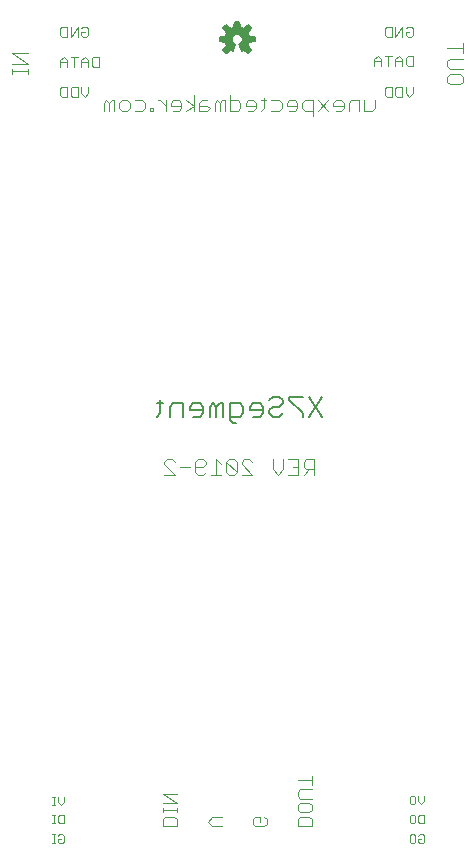
<source format=gbo>
G75*
%MOIN*%
%OFA0B0*%
%FSLAX25Y25*%
%IPPOS*%
%LPD*%
%AMOC8*
5,1,8,0,0,1.08239X$1,22.5*
%
%ADD10C,0.00600*%
%ADD11C,0.00400*%
%ADD12C,0.00591*%
%ADD13C,0.00300*%
D10*
X0085207Y0156098D02*
X0084106Y0157199D01*
X0084106Y0162704D01*
X0087409Y0162704D01*
X0088510Y0161603D01*
X0088510Y0159401D01*
X0087409Y0158300D01*
X0084106Y0158300D01*
X0081880Y0158300D02*
X0081880Y0162704D01*
X0080779Y0162704D01*
X0079678Y0161603D01*
X0078577Y0162704D01*
X0077476Y0161603D01*
X0077476Y0158300D01*
X0079678Y0158300D02*
X0079678Y0161603D01*
X0075251Y0161603D02*
X0075251Y0159401D01*
X0074150Y0158300D01*
X0071948Y0158300D01*
X0070847Y0160502D02*
X0070847Y0161603D01*
X0071948Y0162704D01*
X0074150Y0162704D01*
X0075251Y0161603D01*
X0075251Y0160502D02*
X0070847Y0160502D01*
X0068621Y0162704D02*
X0065318Y0162704D01*
X0064217Y0161603D01*
X0064217Y0158300D01*
X0061991Y0162704D02*
X0059789Y0162704D01*
X0060890Y0163805D02*
X0060890Y0159401D01*
X0059789Y0158300D01*
X0068621Y0158300D02*
X0068621Y0162704D01*
X0085207Y0156098D02*
X0086308Y0156098D01*
X0090736Y0160502D02*
X0090736Y0161603D01*
X0091837Y0162704D01*
X0094039Y0162704D01*
X0095140Y0161603D01*
X0095140Y0159401D01*
X0094039Y0158300D01*
X0091837Y0158300D01*
X0090736Y0160502D02*
X0095140Y0160502D01*
X0097365Y0160502D02*
X0097365Y0159401D01*
X0098466Y0158300D01*
X0100668Y0158300D01*
X0101769Y0159401D01*
X0100668Y0161603D02*
X0098466Y0161603D01*
X0097365Y0160502D01*
X0097365Y0163805D02*
X0098466Y0164906D01*
X0100668Y0164906D01*
X0101769Y0163805D01*
X0101769Y0162704D01*
X0100668Y0161603D01*
X0103995Y0163805D02*
X0108399Y0159401D01*
X0108399Y0158300D01*
X0110625Y0158300D02*
X0115029Y0164906D01*
X0110625Y0164906D02*
X0115029Y0158300D01*
X0108399Y0164906D02*
X0103995Y0164906D01*
X0103995Y0163805D01*
D11*
X0103556Y0144204D02*
X0107026Y0144204D01*
X0107026Y0139000D01*
X0103556Y0139000D01*
X0101869Y0140735D02*
X0101869Y0144204D01*
X0101869Y0140735D02*
X0100134Y0139000D01*
X0098400Y0140735D01*
X0098400Y0144204D01*
X0091556Y0143337D02*
X0090689Y0144204D01*
X0088954Y0144204D01*
X0088087Y0143337D01*
X0088087Y0142470D01*
X0091556Y0139000D01*
X0088087Y0139000D01*
X0086400Y0139867D02*
X0086400Y0143337D01*
X0085533Y0144204D01*
X0083798Y0144204D01*
X0082930Y0143337D01*
X0086400Y0139867D01*
X0085533Y0139000D01*
X0083798Y0139000D01*
X0082930Y0139867D01*
X0082930Y0143337D01*
X0081244Y0142470D02*
X0079509Y0144204D01*
X0079509Y0139000D01*
X0081244Y0139000D02*
X0077774Y0139000D01*
X0076087Y0139867D02*
X0075220Y0139000D01*
X0073485Y0139000D01*
X0072618Y0139867D01*
X0072618Y0143337D01*
X0073485Y0144204D01*
X0075220Y0144204D01*
X0076087Y0143337D01*
X0076087Y0142470D01*
X0075220Y0141602D01*
X0072618Y0141602D01*
X0070931Y0141602D02*
X0067461Y0141602D01*
X0065774Y0143337D02*
X0064907Y0144204D01*
X0063172Y0144204D01*
X0062305Y0143337D01*
X0062305Y0142470D01*
X0065774Y0139000D01*
X0062305Y0139000D01*
X0105291Y0141602D02*
X0107026Y0141602D01*
X0108712Y0141602D02*
X0109580Y0140735D01*
X0112182Y0140735D01*
X0110447Y0140735D02*
X0108712Y0139000D01*
X0108712Y0141602D02*
X0108712Y0143337D01*
X0109580Y0144204D01*
X0112182Y0144204D01*
X0112182Y0139000D01*
X0111404Y0038681D02*
X0111404Y0035612D01*
X0111404Y0037146D02*
X0106800Y0037146D01*
X0107567Y0034077D02*
X0111404Y0034077D01*
X0111404Y0031008D02*
X0107567Y0031008D01*
X0106800Y0031775D01*
X0106800Y0033310D01*
X0107567Y0034077D01*
X0107567Y0029473D02*
X0110637Y0029473D01*
X0111404Y0028706D01*
X0111404Y0027171D01*
X0110637Y0026404D01*
X0107567Y0026404D01*
X0106800Y0027171D01*
X0106800Y0028706D01*
X0107567Y0029473D01*
X0107567Y0024869D02*
X0110637Y0024869D01*
X0111404Y0024102D01*
X0111404Y0021800D01*
X0106800Y0021800D01*
X0106800Y0024102D01*
X0107567Y0024869D01*
X0096404Y0024102D02*
X0096404Y0022567D01*
X0095637Y0021800D01*
X0092567Y0021800D01*
X0091800Y0022567D01*
X0091800Y0024102D01*
X0092567Y0024869D01*
X0094102Y0024869D01*
X0094102Y0023335D01*
X0095637Y0024869D02*
X0096404Y0024102D01*
X0081404Y0024869D02*
X0078335Y0024869D01*
X0076800Y0023335D01*
X0078335Y0021800D01*
X0081404Y0021800D01*
X0066404Y0021800D02*
X0066404Y0024102D01*
X0065637Y0024869D01*
X0062567Y0024869D01*
X0061800Y0024102D01*
X0061800Y0021800D01*
X0066404Y0021800D01*
X0066404Y0026404D02*
X0066404Y0027939D01*
X0066404Y0027171D02*
X0061800Y0027171D01*
X0061800Y0026404D02*
X0061800Y0027939D01*
X0061800Y0029473D02*
X0066404Y0029473D01*
X0061800Y0032542D01*
X0066404Y0032542D01*
X0111752Y0258515D02*
X0111752Y0263720D01*
X0109150Y0263720D01*
X0108283Y0262852D01*
X0108283Y0261117D01*
X0109150Y0260250D01*
X0111752Y0260250D01*
X0113439Y0260250D02*
X0116909Y0263720D01*
X0118596Y0262852D02*
X0118596Y0261985D01*
X0122065Y0261985D01*
X0122065Y0262852D02*
X0121198Y0263720D01*
X0119463Y0263720D01*
X0118596Y0262852D01*
X0119463Y0260250D02*
X0121198Y0260250D01*
X0122065Y0261117D01*
X0122065Y0262852D01*
X0123752Y0262852D02*
X0123752Y0260250D01*
X0123752Y0262852D02*
X0124619Y0263720D01*
X0127222Y0263720D01*
X0127222Y0260250D01*
X0128908Y0260250D02*
X0128908Y0263720D01*
X0128908Y0260250D02*
X0131511Y0260250D01*
X0132378Y0261117D01*
X0132378Y0263720D01*
X0135858Y0265467D02*
X0135858Y0267736D01*
X0136426Y0268303D01*
X0138127Y0268303D01*
X0138127Y0264900D01*
X0136426Y0264900D01*
X0135858Y0265467D01*
X0139357Y0265467D02*
X0139357Y0267736D01*
X0139925Y0268303D01*
X0141626Y0268303D01*
X0141626Y0264900D01*
X0139925Y0264900D01*
X0139357Y0265467D01*
X0142856Y0266034D02*
X0142856Y0268303D01*
X0142856Y0266034D02*
X0143991Y0264900D01*
X0145125Y0266034D01*
X0145125Y0268303D01*
X0145125Y0275150D02*
X0143424Y0275150D01*
X0142856Y0275717D01*
X0142856Y0277986D01*
X0143424Y0278553D01*
X0145125Y0278553D01*
X0145125Y0275150D01*
X0141626Y0275150D02*
X0141626Y0277419D01*
X0140492Y0278553D01*
X0139357Y0277419D01*
X0139357Y0275150D01*
X0139357Y0276851D02*
X0141626Y0276851D01*
X0138127Y0278553D02*
X0135858Y0278553D01*
X0136993Y0278553D02*
X0136993Y0275150D01*
X0134628Y0275150D02*
X0134628Y0277419D01*
X0133494Y0278553D01*
X0132359Y0277419D01*
X0132359Y0275150D01*
X0132359Y0276851D02*
X0134628Y0276851D01*
X0136426Y0284900D02*
X0135858Y0285467D01*
X0135858Y0287736D01*
X0136426Y0288303D01*
X0138127Y0288303D01*
X0138127Y0284900D01*
X0136426Y0284900D01*
X0139357Y0284900D02*
X0139357Y0288303D01*
X0141626Y0288303D02*
X0139357Y0284900D01*
X0141626Y0284900D02*
X0141626Y0288303D01*
X0142856Y0287736D02*
X0143424Y0288303D01*
X0144558Y0288303D01*
X0145125Y0287736D01*
X0145125Y0285467D01*
X0144558Y0284900D01*
X0143424Y0284900D01*
X0142856Y0285467D01*
X0142856Y0286601D01*
X0143991Y0286601D01*
X0156500Y0281113D02*
X0161704Y0281113D01*
X0161704Y0279378D02*
X0161704Y0282848D01*
X0161704Y0277691D02*
X0157367Y0277691D01*
X0156500Y0276824D01*
X0156500Y0275089D01*
X0157367Y0274222D01*
X0161704Y0274222D01*
X0160837Y0272535D02*
X0161704Y0271668D01*
X0161704Y0269933D01*
X0160837Y0269065D01*
X0157367Y0269065D01*
X0156500Y0269933D01*
X0156500Y0271668D01*
X0157367Y0272535D01*
X0160837Y0272535D01*
X0116909Y0260250D02*
X0113439Y0263720D01*
X0106596Y0262852D02*
X0105729Y0263720D01*
X0103994Y0263720D01*
X0103126Y0262852D01*
X0103126Y0261985D01*
X0106596Y0261985D01*
X0106596Y0262852D02*
X0106596Y0261117D01*
X0105729Y0260250D01*
X0103994Y0260250D01*
X0101440Y0261117D02*
X0100572Y0260250D01*
X0097970Y0260250D01*
X0097970Y0263720D02*
X0100572Y0263720D01*
X0101440Y0262852D01*
X0101440Y0261117D01*
X0096283Y0263720D02*
X0094548Y0263720D01*
X0095416Y0264587D02*
X0095416Y0261117D01*
X0094548Y0260250D01*
X0092846Y0261117D02*
X0092846Y0262852D01*
X0091978Y0263720D01*
X0090243Y0263720D01*
X0089376Y0262852D01*
X0089376Y0261985D01*
X0092846Y0261985D01*
X0092846Y0261117D02*
X0091978Y0260250D01*
X0090243Y0260250D01*
X0087689Y0261117D02*
X0087689Y0262852D01*
X0086822Y0263720D01*
X0084220Y0263720D01*
X0082533Y0263720D02*
X0082533Y0260250D01*
X0084220Y0260250D02*
X0084220Y0265454D01*
X0082533Y0263720D02*
X0081665Y0263720D01*
X0080798Y0262852D01*
X0079931Y0263720D01*
X0079063Y0262852D01*
X0079063Y0260250D01*
X0080798Y0260250D02*
X0080798Y0262852D01*
X0077376Y0261117D02*
X0076509Y0261985D01*
X0073907Y0261985D01*
X0073907Y0262852D02*
X0073907Y0260250D01*
X0076509Y0260250D01*
X0077376Y0261117D01*
X0076509Y0263720D02*
X0074774Y0263720D01*
X0073907Y0262852D01*
X0072220Y0261985D02*
X0069618Y0263720D01*
X0067923Y0262852D02*
X0067056Y0263720D01*
X0065321Y0263720D01*
X0064453Y0262852D01*
X0064453Y0261985D01*
X0067923Y0261985D01*
X0067923Y0262852D02*
X0067923Y0261117D01*
X0067056Y0260250D01*
X0065321Y0260250D01*
X0062767Y0260250D02*
X0062767Y0263720D01*
X0062767Y0261985D02*
X0061032Y0263720D01*
X0060164Y0263720D01*
X0058470Y0261117D02*
X0057602Y0261117D01*
X0057602Y0260250D01*
X0058470Y0260250D01*
X0058470Y0261117D01*
X0055891Y0261117D02*
X0055024Y0260250D01*
X0052422Y0260250D01*
X0050735Y0261117D02*
X0049868Y0260250D01*
X0048133Y0260250D01*
X0047265Y0261117D01*
X0047265Y0262852D01*
X0048133Y0263720D01*
X0049868Y0263720D01*
X0050735Y0262852D01*
X0050735Y0261117D01*
X0052422Y0263720D02*
X0055024Y0263720D01*
X0055891Y0262852D01*
X0055891Y0261117D01*
X0045579Y0260250D02*
X0045579Y0263720D01*
X0044711Y0263720D01*
X0043844Y0262852D01*
X0042976Y0263720D01*
X0042109Y0262852D01*
X0042109Y0260250D01*
X0043844Y0260250D02*
X0043844Y0262852D01*
X0036897Y0266034D02*
X0035763Y0264900D01*
X0034628Y0266034D01*
X0034628Y0268303D01*
X0033398Y0268303D02*
X0033398Y0264900D01*
X0031697Y0264900D01*
X0031129Y0265467D01*
X0031129Y0267736D01*
X0031697Y0268303D01*
X0033398Y0268303D01*
X0036897Y0268303D02*
X0036897Y0266034D01*
X0036897Y0274900D02*
X0036897Y0277169D01*
X0035763Y0278303D01*
X0034628Y0277169D01*
X0034628Y0274900D01*
X0034628Y0276601D02*
X0036897Y0276601D01*
X0038127Y0275467D02*
X0038127Y0277736D01*
X0038695Y0278303D01*
X0040396Y0278303D01*
X0040396Y0274900D01*
X0038695Y0274900D01*
X0038127Y0275467D01*
X0033398Y0278303D02*
X0031129Y0278303D01*
X0032264Y0278303D02*
X0032264Y0274900D01*
X0029899Y0274900D02*
X0029899Y0277169D01*
X0028765Y0278303D01*
X0027630Y0277169D01*
X0027630Y0274900D01*
X0027630Y0276601D02*
X0029899Y0276601D01*
X0029899Y0284900D02*
X0028198Y0284900D01*
X0027630Y0285467D01*
X0027630Y0287736D01*
X0028198Y0288303D01*
X0029899Y0288303D01*
X0029899Y0284900D01*
X0031129Y0284900D02*
X0031129Y0288303D01*
X0033398Y0288303D02*
X0031129Y0284900D01*
X0033398Y0284900D02*
X0033398Y0288303D01*
X0034628Y0287736D02*
X0035196Y0288303D01*
X0036330Y0288303D01*
X0036897Y0287736D01*
X0036897Y0285467D01*
X0036330Y0284900D01*
X0035196Y0284900D01*
X0034628Y0285467D01*
X0034628Y0286601D01*
X0035763Y0286601D01*
X0029899Y0268303D02*
X0028198Y0268303D01*
X0027630Y0267736D01*
X0027630Y0265467D01*
X0028198Y0264900D01*
X0029899Y0264900D01*
X0029899Y0268303D01*
X0016704Y0272503D02*
X0016704Y0274238D01*
X0016704Y0273370D02*
X0011500Y0273370D01*
X0011500Y0272503D02*
X0011500Y0274238D01*
X0011500Y0275941D02*
X0016704Y0275941D01*
X0011500Y0279410D01*
X0016704Y0279410D01*
X0069618Y0260250D02*
X0072220Y0261985D01*
X0072220Y0260250D02*
X0072220Y0265454D01*
X0084220Y0260250D02*
X0086822Y0260250D01*
X0087689Y0261117D01*
D12*
X0090236Y0279446D02*
X0088752Y0280657D01*
X0088154Y0280349D01*
X0087306Y0282395D01*
X0087685Y0282607D01*
X0088003Y0282901D01*
X0088245Y0283262D01*
X0088395Y0283669D01*
X0088446Y0284100D01*
X0088393Y0284539D01*
X0088237Y0284952D01*
X0087988Y0285317D01*
X0087659Y0285611D01*
X0087269Y0285820D01*
X0086841Y0285929D01*
X0086399Y0285934D01*
X0085969Y0285834D01*
X0085575Y0285634D01*
X0085240Y0285346D01*
X0084982Y0284987D01*
X0084818Y0284577D01*
X0084755Y0284140D01*
X0084799Y0283700D01*
X0084945Y0283284D01*
X0085186Y0282914D01*
X0085509Y0282612D01*
X0085894Y0282395D01*
X0085046Y0280349D01*
X0084448Y0280657D01*
X0082964Y0279446D01*
X0081946Y0280464D01*
X0083157Y0281948D01*
X0082849Y0282546D01*
X0082644Y0283187D01*
X0080739Y0283380D01*
X0080739Y0284820D01*
X0082644Y0285013D01*
X0082849Y0285654D01*
X0083157Y0286252D01*
X0081946Y0287736D01*
X0082964Y0288754D01*
X0084448Y0287543D01*
X0085046Y0287851D01*
X0085687Y0288056D01*
X0085880Y0289961D01*
X0087320Y0289961D01*
X0087513Y0288056D01*
X0088154Y0287851D01*
X0088752Y0287543D01*
X0090236Y0288754D01*
X0091254Y0287736D01*
X0090043Y0286252D01*
X0090351Y0285654D01*
X0090556Y0285013D01*
X0092461Y0284820D01*
X0092461Y0283380D01*
X0090556Y0283187D01*
X0090351Y0282546D01*
X0090043Y0281948D01*
X0091254Y0280464D01*
X0090236Y0279446D01*
X0090336Y0279547D02*
X0090113Y0279547D01*
X0089390Y0280136D02*
X0090925Y0280136D01*
X0091041Y0280725D02*
X0087998Y0280725D01*
X0087754Y0281314D02*
X0090561Y0281314D01*
X0090080Y0281903D02*
X0087510Y0281903D01*
X0087480Y0282492D02*
X0090323Y0282492D01*
X0090523Y0283081D02*
X0088124Y0283081D01*
X0088395Y0283670D02*
X0092461Y0283670D01*
X0092461Y0284259D02*
X0088426Y0284259D01*
X0088276Y0284848D02*
X0092179Y0284848D01*
X0090420Y0285438D02*
X0087853Y0285438D01*
X0090159Y0286027D02*
X0083041Y0286027D01*
X0082860Y0286616D02*
X0090340Y0286616D01*
X0090820Y0287205D02*
X0082380Y0287205D01*
X0082004Y0287794D02*
X0084141Y0287794D01*
X0084935Y0287794D02*
X0088265Y0287794D01*
X0089059Y0287794D02*
X0091196Y0287794D01*
X0090607Y0288383D02*
X0089781Y0288383D01*
X0087480Y0288383D02*
X0085720Y0288383D01*
X0085780Y0288972D02*
X0087420Y0288972D01*
X0087360Y0289561D02*
X0085840Y0289561D01*
X0083419Y0288383D02*
X0082593Y0288383D01*
X0082779Y0285438D02*
X0085346Y0285438D01*
X0084927Y0284848D02*
X0081021Y0284848D01*
X0080739Y0284259D02*
X0084772Y0284259D01*
X0084809Y0283670D02*
X0080739Y0283670D01*
X0082677Y0283081D02*
X0085077Y0283081D01*
X0085721Y0282492D02*
X0082877Y0282492D01*
X0083120Y0281903D02*
X0085690Y0281903D01*
X0085446Y0281314D02*
X0082639Y0281314D01*
X0082159Y0280725D02*
X0085202Y0280725D01*
X0083810Y0280136D02*
X0082275Y0280136D01*
X0082864Y0279547D02*
X0083087Y0279547D01*
D13*
X0025866Y0016200D02*
X0024898Y0016200D01*
X0025382Y0016200D02*
X0025382Y0019103D01*
X0025866Y0019103D02*
X0024898Y0019103D01*
X0026877Y0018619D02*
X0027361Y0019103D01*
X0028328Y0019103D01*
X0028812Y0018619D01*
X0028812Y0016684D01*
X0028328Y0016200D01*
X0027361Y0016200D01*
X0026877Y0016684D01*
X0026877Y0017652D01*
X0027845Y0017652D01*
X0027410Y0022700D02*
X0026926Y0023184D01*
X0026926Y0025119D01*
X0027410Y0025603D01*
X0028861Y0025603D01*
X0028861Y0022700D01*
X0027410Y0022700D01*
X0025914Y0022700D02*
X0024947Y0022700D01*
X0025431Y0022700D02*
X0025431Y0025603D01*
X0025914Y0025603D02*
X0024947Y0025603D01*
X0024947Y0028750D02*
X0025914Y0028750D01*
X0025431Y0028750D02*
X0025431Y0031653D01*
X0025914Y0031653D02*
X0024947Y0031653D01*
X0026926Y0031653D02*
X0026926Y0029718D01*
X0027893Y0028750D01*
X0028861Y0029718D01*
X0028861Y0031653D01*
X0144069Y0031518D02*
X0144069Y0029583D01*
X0144552Y0029100D01*
X0145520Y0029100D01*
X0146003Y0029583D01*
X0146003Y0031518D01*
X0145520Y0032002D01*
X0144552Y0032002D01*
X0144069Y0031518D01*
X0147015Y0032002D02*
X0147015Y0030067D01*
X0147983Y0029100D01*
X0148950Y0030067D01*
X0148950Y0032002D01*
X0148950Y0025602D02*
X0147499Y0025602D01*
X0147015Y0025118D01*
X0147015Y0023183D01*
X0147499Y0022700D01*
X0148950Y0022700D01*
X0148950Y0025602D01*
X0146003Y0025118D02*
X0146003Y0023183D01*
X0145520Y0022700D01*
X0144552Y0022700D01*
X0144069Y0023183D01*
X0144069Y0025118D01*
X0144552Y0025602D01*
X0145520Y0025602D01*
X0146003Y0025118D01*
X0145520Y0019102D02*
X0146003Y0018618D01*
X0146003Y0016683D01*
X0145520Y0016200D01*
X0144552Y0016200D01*
X0144069Y0016683D01*
X0144069Y0018618D01*
X0144552Y0019102D01*
X0145520Y0019102D01*
X0147015Y0018618D02*
X0147499Y0019102D01*
X0148466Y0019102D01*
X0148950Y0018618D01*
X0148950Y0016683D01*
X0148466Y0016200D01*
X0147499Y0016200D01*
X0147015Y0016683D01*
X0147015Y0017651D01*
X0147983Y0017651D01*
M02*

</source>
